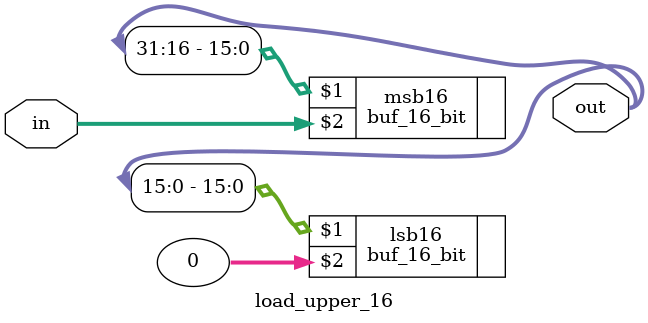
<source format=v>

module load_upper_16(out,in);

input [15:0] in;
output [31:0] out;

buf_16_bit msb16(out[31:16], in[15:0]),
           lsb16(out[15:0], {32{1'b0}});


endmodule

</source>
